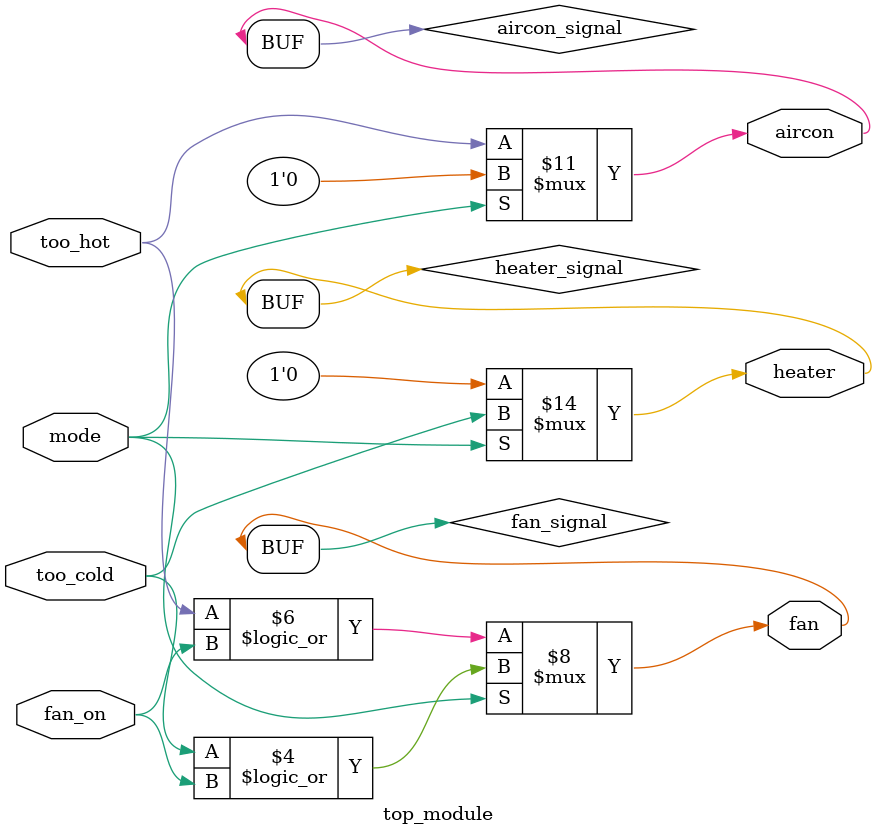
<source format=sv>
module top_module(
    input mode,
    input too_cold, 
    input too_hot,
    input fan_on,
    output heater,
    output aircon,
    output fan
);

// In this module we are going to define 3 signals that we can use to control the heater, aircon and fan.
// By default, they will be off.

reg heater_signal;
wire heater = heater_signal;

reg aircon_signal;
wire aircon = aircon_signal;

reg fan_signal;
wire fan = fan_signal;

// Now we are going to implement the logic of the module based on the specifications.

always @(*) begin
	if (mode == 1) begin
		heater_signal = too_cold;
		aircon_signal = 0;
		fan_signal = heater_signal || aircon_signal || fan_on;
	end else begin
		heater_signal = 0;
		aircon_signal = too_hot;
		fan_signal = heater_signal || aircon_signal || fan_on;
	end
end

endmodule

</source>
